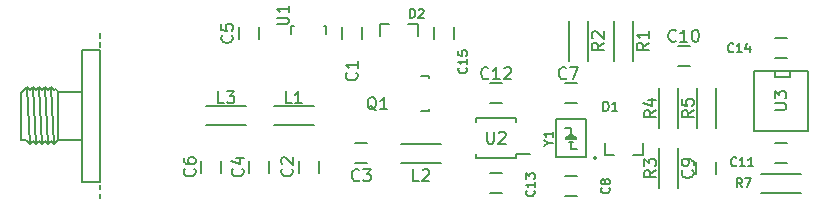
<source format=gbr>
G04 #@! TF.FileFunction,Legend,Top*
%FSLAX46Y46*%
G04 Gerber Fmt 4.6, Leading zero omitted, Abs format (unit mm)*
G04 Created by KiCad (PCBNEW 0.201508030901+6040~28~ubuntu14.04.1-product) date Wed 05 Aug 2015 11:40:12 PM CDT*
%MOMM*%
G01*
G04 APERTURE LIST*
%ADD10C,0.100000*%
%ADD11C,0.150000*%
%ADD12C,0.127000*%
G04 APERTURE END LIST*
D10*
D11*
X126023000Y-85860000D02*
X126023000Y-86860000D01*
X127723000Y-86860000D02*
X127723000Y-85860000D01*
X122340000Y-97163000D02*
X122340000Y-98163000D01*
X124040000Y-98163000D02*
X124040000Y-97163000D01*
X127135000Y-97370000D02*
X128135000Y-97370000D01*
X128135000Y-95670000D02*
X127135000Y-95670000D01*
X118149000Y-97163000D02*
X118149000Y-98163000D01*
X119849000Y-98163000D02*
X119849000Y-97163000D01*
X118960000Y-86860000D02*
X118960000Y-85860000D01*
X117260000Y-85860000D02*
X117260000Y-86860000D01*
X114085000Y-97163000D02*
X114085000Y-98163000D01*
X115785000Y-98163000D02*
X115785000Y-97163000D01*
X145915000Y-90590000D02*
X144915000Y-90590000D01*
X144915000Y-92290000D02*
X145915000Y-92290000D01*
X144915000Y-100164000D02*
X145915000Y-100164000D01*
X145915000Y-98464000D02*
X144915000Y-98464000D01*
X155995000Y-97290000D02*
X155995000Y-98290000D01*
X157695000Y-98290000D02*
X157695000Y-97290000D01*
X154440000Y-89115000D02*
X155440000Y-89115000D01*
X155440000Y-87415000D02*
X154440000Y-87415000D01*
X162695000Y-97370000D02*
X163695000Y-97370000D01*
X163695000Y-95670000D02*
X162695000Y-95670000D01*
X138565000Y-92290000D02*
X139565000Y-92290000D01*
X139565000Y-90590000D02*
X138565000Y-90590000D01*
X138565000Y-99910000D02*
X139565000Y-99910000D01*
X139565000Y-98210000D02*
X138565000Y-98210000D01*
X162695000Y-88480000D02*
X163695000Y-88480000D01*
X163695000Y-86780000D02*
X162695000Y-86780000D01*
X123620000Y-92545000D02*
X120220000Y-92545000D01*
X123620000Y-94145000D02*
X120220000Y-94145000D01*
X131015000Y-97320000D02*
X134415000Y-97320000D01*
X131015000Y-95720000D02*
X134415000Y-95720000D01*
X117905000Y-92545000D02*
X114505000Y-92545000D01*
X117905000Y-94145000D02*
X114505000Y-94145000D01*
X132664200Y-89940180D02*
X133365240Y-89940180D01*
X133365240Y-89940180D02*
X133365240Y-90189100D01*
X133365240Y-92739160D02*
X133365240Y-92939820D01*
X133365240Y-92939820D02*
X132664200Y-92939820D01*
X149060000Y-85295000D02*
X149060000Y-88695000D01*
X150660000Y-85295000D02*
X150660000Y-88695000D01*
X145250000Y-85295000D02*
X145250000Y-88695000D01*
X146850000Y-85295000D02*
X146850000Y-88695000D01*
X154470000Y-99490000D02*
X154470000Y-96090000D01*
X152870000Y-99490000D02*
X152870000Y-96090000D01*
X154470000Y-94410000D02*
X154470000Y-91010000D01*
X152870000Y-94410000D02*
X152870000Y-91010000D01*
X156045000Y-91010000D02*
X156045000Y-94410000D01*
X157645000Y-91010000D02*
X157645000Y-94410000D01*
X164895000Y-98260000D02*
X161495000Y-98260000D01*
X164895000Y-99860000D02*
X161495000Y-99860000D01*
X121690180Y-86410800D02*
X121690180Y-85709760D01*
X121690180Y-85709760D02*
X121939100Y-85709760D01*
X124489160Y-85709760D02*
X124689820Y-85709760D01*
X124689820Y-85709760D02*
X124689820Y-86410800D01*
X140740000Y-96925000D02*
X140740000Y-96625000D01*
X137390000Y-96925000D02*
X137390000Y-96625000D01*
X137390000Y-93575000D02*
X137390000Y-93875000D01*
X140740000Y-93575000D02*
X140740000Y-93875000D01*
X140740000Y-96925000D02*
X137390000Y-96925000D01*
X140740000Y-93575000D02*
X137390000Y-93575000D01*
X140740000Y-96625000D02*
X141965000Y-96625000D01*
X165481000Y-89535000D02*
X165481000Y-94615000D01*
X165481000Y-94615000D02*
X160909000Y-94615000D01*
X160909000Y-94615000D02*
X160909000Y-89535000D01*
X160909000Y-89535000D02*
X165481000Y-89535000D01*
X163957000Y-89535000D02*
X163957000Y-90043000D01*
X163957000Y-90043000D02*
X162687000Y-90043000D01*
X162687000Y-90043000D02*
X162687000Y-89535000D01*
X105537000Y-86741000D02*
X105537000Y-86360000D01*
X105537000Y-87503000D02*
X105537000Y-87122000D01*
X105537000Y-99949000D02*
X105537000Y-100330000D01*
X105537000Y-99187000D02*
X105537000Y-99568000D01*
X99568000Y-95758000D02*
X99314000Y-90932000D01*
X100076000Y-95758000D02*
X99822000Y-90932000D01*
X100584000Y-95758000D02*
X100330000Y-90932000D01*
X101092000Y-95758000D02*
X100838000Y-90932000D01*
X101600000Y-95758000D02*
X101346000Y-90932000D01*
X98933000Y-91313000D02*
X98806000Y-91313000D01*
X101981000Y-91313000D02*
X101854000Y-91186000D01*
X101854000Y-91186000D02*
X101727000Y-91059000D01*
X101727000Y-91059000D02*
X101600000Y-91186000D01*
X101600000Y-91186000D02*
X101346000Y-90932000D01*
X101346000Y-90932000D02*
X101092000Y-91186000D01*
X101092000Y-91186000D02*
X100838000Y-90932000D01*
X100838000Y-90932000D02*
X100584000Y-91186000D01*
X100584000Y-91186000D02*
X100330000Y-90932000D01*
X100330000Y-90932000D02*
X100076000Y-91186000D01*
X100076000Y-91186000D02*
X99822000Y-90932000D01*
X99822000Y-90932000D02*
X99568000Y-91186000D01*
X99568000Y-91186000D02*
X99314000Y-90932000D01*
X99314000Y-90932000D02*
X98933000Y-91313000D01*
X99314000Y-95504000D02*
X99187000Y-95377000D01*
X99187000Y-95377000D02*
X98806000Y-95377000D01*
X98806000Y-95377000D02*
X98806000Y-91313000D01*
X101981000Y-95377000D02*
X101600000Y-95758000D01*
X101600000Y-95758000D02*
X101346000Y-95504000D01*
X101346000Y-95504000D02*
X101092000Y-95758000D01*
X101092000Y-95758000D02*
X100838000Y-95504000D01*
X100838000Y-95504000D02*
X100584000Y-95758000D01*
X100584000Y-95758000D02*
X100330000Y-95504000D01*
X100330000Y-95504000D02*
X100076000Y-95758000D01*
X100076000Y-95758000D02*
X99822000Y-95504000D01*
X99822000Y-95504000D02*
X99568000Y-95758000D01*
X99568000Y-95758000D02*
X99314000Y-95504000D01*
X104013000Y-95377000D02*
X101981000Y-95377000D01*
X101981000Y-95377000D02*
X101981000Y-91313000D01*
X101981000Y-91313000D02*
X104013000Y-91313000D01*
X105537000Y-98933000D02*
X104013000Y-98933000D01*
X104013000Y-98933000D02*
X104013000Y-87757000D01*
X104013000Y-87757000D02*
X105537000Y-87757000D01*
X105537000Y-87757000D02*
X105537000Y-98933000D01*
D12*
X129210000Y-85560000D02*
X129210000Y-86560000D01*
X132410000Y-85560000D02*
X132410000Y-86560000D01*
X131610000Y-85560000D02*
X132410000Y-85560000D01*
X130010000Y-85560000D02*
X129210000Y-85560000D01*
X151460000Y-96685000D02*
X151460000Y-95685000D01*
X148260000Y-96685000D02*
X148260000Y-95685000D01*
X149060000Y-96685000D02*
X148260000Y-96685000D01*
X150660000Y-96685000D02*
X151460000Y-96685000D01*
D11*
X147572421Y-96940400D02*
G75*
G03X147572421Y-96940400I-141421J0D01*
G01*
X145015000Y-95350000D02*
X145015000Y-95150000D01*
X145015000Y-95150000D02*
X145815000Y-95150000D01*
X145815000Y-95150000D02*
X145815000Y-95350000D01*
X145815000Y-95350000D02*
X145015000Y-95350000D01*
X145215000Y-94950000D02*
X145615000Y-94950000D01*
X145215000Y-95550000D02*
X145615000Y-95550000D01*
X144915000Y-94350000D02*
X145415000Y-94350000D01*
X145415000Y-94350000D02*
X145415000Y-94950000D01*
X145915000Y-96150000D02*
X145415000Y-96150000D01*
X145415000Y-96150000D02*
X145415000Y-95550000D01*
X144165000Y-96850000D02*
X144165000Y-93650000D01*
X144165000Y-93650000D02*
X146665000Y-93650000D01*
X146665000Y-93650000D02*
X146665000Y-96850000D01*
X146665000Y-96850000D02*
X144165000Y-96850000D01*
X135470000Y-86860000D02*
X135470000Y-85860000D01*
X133770000Y-85860000D02*
X133770000Y-86860000D01*
D12*
X127235857Y-89704333D02*
X127284238Y-89752714D01*
X127332619Y-89897857D01*
X127332619Y-89994619D01*
X127284238Y-90139761D01*
X127187476Y-90236523D01*
X127090714Y-90284904D01*
X126897190Y-90333285D01*
X126752048Y-90333285D01*
X126558524Y-90284904D01*
X126461762Y-90236523D01*
X126365000Y-90139761D01*
X126316619Y-89994619D01*
X126316619Y-89897857D01*
X126365000Y-89752714D01*
X126413381Y-89704333D01*
X127332619Y-88736714D02*
X127332619Y-89317285D01*
X127332619Y-89026999D02*
X126316619Y-89026999D01*
X126461762Y-89123761D01*
X126558524Y-89220523D01*
X126606905Y-89317285D01*
X121774857Y-97832333D02*
X121823238Y-97880714D01*
X121871619Y-98025857D01*
X121871619Y-98122619D01*
X121823238Y-98267761D01*
X121726476Y-98364523D01*
X121629714Y-98412904D01*
X121436190Y-98461285D01*
X121291048Y-98461285D01*
X121097524Y-98412904D01*
X121000762Y-98364523D01*
X120904000Y-98267761D01*
X120855619Y-98122619D01*
X120855619Y-98025857D01*
X120904000Y-97880714D01*
X120952381Y-97832333D01*
X120952381Y-97445285D02*
X120904000Y-97396904D01*
X120855619Y-97300142D01*
X120855619Y-97058238D01*
X120904000Y-96961476D01*
X120952381Y-96913095D01*
X121049143Y-96864714D01*
X121145905Y-96864714D01*
X121291048Y-96913095D01*
X121871619Y-97493666D01*
X121871619Y-96864714D01*
X127465667Y-98787857D02*
X127417286Y-98836238D01*
X127272143Y-98884619D01*
X127175381Y-98884619D01*
X127030239Y-98836238D01*
X126933477Y-98739476D01*
X126885096Y-98642714D01*
X126836715Y-98449190D01*
X126836715Y-98304048D01*
X126885096Y-98110524D01*
X126933477Y-98013762D01*
X127030239Y-97917000D01*
X127175381Y-97868619D01*
X127272143Y-97868619D01*
X127417286Y-97917000D01*
X127465667Y-97965381D01*
X127804334Y-97868619D02*
X128433286Y-97868619D01*
X128094620Y-98255667D01*
X128239762Y-98255667D01*
X128336524Y-98304048D01*
X128384905Y-98352429D01*
X128433286Y-98449190D01*
X128433286Y-98691095D01*
X128384905Y-98787857D01*
X128336524Y-98836238D01*
X128239762Y-98884619D01*
X127949477Y-98884619D01*
X127852715Y-98836238D01*
X127804334Y-98787857D01*
X117583857Y-97832333D02*
X117632238Y-97880714D01*
X117680619Y-98025857D01*
X117680619Y-98122619D01*
X117632238Y-98267761D01*
X117535476Y-98364523D01*
X117438714Y-98412904D01*
X117245190Y-98461285D01*
X117100048Y-98461285D01*
X116906524Y-98412904D01*
X116809762Y-98364523D01*
X116713000Y-98267761D01*
X116664619Y-98122619D01*
X116664619Y-98025857D01*
X116713000Y-97880714D01*
X116761381Y-97832333D01*
X117003286Y-96961476D02*
X117680619Y-96961476D01*
X116616238Y-97203380D02*
X117341952Y-97445285D01*
X117341952Y-96816333D01*
X116694857Y-86529333D02*
X116743238Y-86577714D01*
X116791619Y-86722857D01*
X116791619Y-86819619D01*
X116743238Y-86964761D01*
X116646476Y-87061523D01*
X116549714Y-87109904D01*
X116356190Y-87158285D01*
X116211048Y-87158285D01*
X116017524Y-87109904D01*
X115920762Y-87061523D01*
X115824000Y-86964761D01*
X115775619Y-86819619D01*
X115775619Y-86722857D01*
X115824000Y-86577714D01*
X115872381Y-86529333D01*
X115775619Y-85610095D02*
X115775619Y-86093904D01*
X116259429Y-86142285D01*
X116211048Y-86093904D01*
X116162667Y-85997142D01*
X116162667Y-85755238D01*
X116211048Y-85658476D01*
X116259429Y-85610095D01*
X116356190Y-85561714D01*
X116598095Y-85561714D01*
X116694857Y-85610095D01*
X116743238Y-85658476D01*
X116791619Y-85755238D01*
X116791619Y-85997142D01*
X116743238Y-86093904D01*
X116694857Y-86142285D01*
X113519857Y-97832333D02*
X113568238Y-97880714D01*
X113616619Y-98025857D01*
X113616619Y-98122619D01*
X113568238Y-98267761D01*
X113471476Y-98364523D01*
X113374714Y-98412904D01*
X113181190Y-98461285D01*
X113036048Y-98461285D01*
X112842524Y-98412904D01*
X112745762Y-98364523D01*
X112649000Y-98267761D01*
X112600619Y-98122619D01*
X112600619Y-98025857D01*
X112649000Y-97880714D01*
X112697381Y-97832333D01*
X112600619Y-96961476D02*
X112600619Y-97154999D01*
X112649000Y-97251761D01*
X112697381Y-97300142D01*
X112842524Y-97396904D01*
X113036048Y-97445285D01*
X113423095Y-97445285D01*
X113519857Y-97396904D01*
X113568238Y-97348523D01*
X113616619Y-97251761D01*
X113616619Y-97058238D01*
X113568238Y-96961476D01*
X113519857Y-96913095D01*
X113423095Y-96864714D01*
X113181190Y-96864714D01*
X113084429Y-96913095D01*
X113036048Y-96961476D01*
X112987667Y-97058238D01*
X112987667Y-97251761D01*
X113036048Y-97348523D01*
X113084429Y-97396904D01*
X113181190Y-97445285D01*
X144991667Y-90151857D02*
X144943286Y-90200238D01*
X144798143Y-90248619D01*
X144701381Y-90248619D01*
X144556239Y-90200238D01*
X144459477Y-90103476D01*
X144411096Y-90006714D01*
X144362715Y-89813190D01*
X144362715Y-89668048D01*
X144411096Y-89474524D01*
X144459477Y-89377762D01*
X144556239Y-89281000D01*
X144701381Y-89232619D01*
X144798143Y-89232619D01*
X144943286Y-89281000D01*
X144991667Y-89329381D01*
X145330334Y-89232619D02*
X146007667Y-89232619D01*
X145572239Y-90248619D01*
X148608143Y-99441000D02*
X148644429Y-99477286D01*
X148680714Y-99586143D01*
X148680714Y-99658714D01*
X148644429Y-99767571D01*
X148571857Y-99840143D01*
X148499286Y-99876428D01*
X148354143Y-99912714D01*
X148245286Y-99912714D01*
X148100143Y-99876428D01*
X148027571Y-99840143D01*
X147955000Y-99767571D01*
X147918714Y-99658714D01*
X147918714Y-99586143D01*
X147955000Y-99477286D01*
X147991286Y-99441000D01*
X148245286Y-99005571D02*
X148209000Y-99078143D01*
X148172714Y-99114428D01*
X148100143Y-99150714D01*
X148063857Y-99150714D01*
X147991286Y-99114428D01*
X147955000Y-99078143D01*
X147918714Y-99005571D01*
X147918714Y-98860428D01*
X147955000Y-98787857D01*
X147991286Y-98751571D01*
X148063857Y-98715286D01*
X148100143Y-98715286D01*
X148172714Y-98751571D01*
X148209000Y-98787857D01*
X148245286Y-98860428D01*
X148245286Y-99005571D01*
X148281571Y-99078143D01*
X148317857Y-99114428D01*
X148390429Y-99150714D01*
X148535571Y-99150714D01*
X148608143Y-99114428D01*
X148644429Y-99078143D01*
X148680714Y-99005571D01*
X148680714Y-98860428D01*
X148644429Y-98787857D01*
X148608143Y-98751571D01*
X148535571Y-98715286D01*
X148390429Y-98715286D01*
X148317857Y-98751571D01*
X148281571Y-98787857D01*
X148245286Y-98860428D01*
X155683857Y-97959333D02*
X155732238Y-98007714D01*
X155780619Y-98152857D01*
X155780619Y-98249619D01*
X155732238Y-98394761D01*
X155635476Y-98491523D01*
X155538714Y-98539904D01*
X155345190Y-98588285D01*
X155200048Y-98588285D01*
X155006524Y-98539904D01*
X154909762Y-98491523D01*
X154813000Y-98394761D01*
X154764619Y-98249619D01*
X154764619Y-98152857D01*
X154813000Y-98007714D01*
X154861381Y-97959333D01*
X155780619Y-97475523D02*
X155780619Y-97281999D01*
X155732238Y-97185238D01*
X155683857Y-97136857D01*
X155538714Y-97040095D01*
X155345190Y-96991714D01*
X154958143Y-96991714D01*
X154861381Y-97040095D01*
X154813000Y-97088476D01*
X154764619Y-97185238D01*
X154764619Y-97378761D01*
X154813000Y-97475523D01*
X154861381Y-97523904D01*
X154958143Y-97572285D01*
X155200048Y-97572285D01*
X155296810Y-97523904D01*
X155345190Y-97475523D01*
X155393571Y-97378761D01*
X155393571Y-97185238D01*
X155345190Y-97088476D01*
X155296810Y-97040095D01*
X155200048Y-96991714D01*
X154286857Y-86976857D02*
X154238476Y-87025238D01*
X154093333Y-87073619D01*
X153996571Y-87073619D01*
X153851429Y-87025238D01*
X153754667Y-86928476D01*
X153706286Y-86831714D01*
X153657905Y-86638190D01*
X153657905Y-86493048D01*
X153706286Y-86299524D01*
X153754667Y-86202762D01*
X153851429Y-86106000D01*
X153996571Y-86057619D01*
X154093333Y-86057619D01*
X154238476Y-86106000D01*
X154286857Y-86154381D01*
X155254476Y-87073619D02*
X154673905Y-87073619D01*
X154964191Y-87073619D02*
X154964191Y-86057619D01*
X154867429Y-86202762D01*
X154770667Y-86299524D01*
X154673905Y-86347905D01*
X155883429Y-86057619D02*
X155980190Y-86057619D01*
X156076952Y-86106000D01*
X156125333Y-86154381D01*
X156173714Y-86251143D01*
X156222095Y-86444667D01*
X156222095Y-86686571D01*
X156173714Y-86880095D01*
X156125333Y-86976857D01*
X156076952Y-87025238D01*
X155980190Y-87073619D01*
X155883429Y-87073619D01*
X155786667Y-87025238D01*
X155738286Y-86976857D01*
X155689905Y-86880095D01*
X155641524Y-86686571D01*
X155641524Y-86444667D01*
X155689905Y-86251143D01*
X155738286Y-86154381D01*
X155786667Y-86106000D01*
X155883429Y-86057619D01*
X159403143Y-97554143D02*
X159366857Y-97590429D01*
X159258000Y-97626714D01*
X159185429Y-97626714D01*
X159076572Y-97590429D01*
X159004000Y-97517857D01*
X158967715Y-97445286D01*
X158931429Y-97300143D01*
X158931429Y-97191286D01*
X158967715Y-97046143D01*
X159004000Y-96973571D01*
X159076572Y-96901000D01*
X159185429Y-96864714D01*
X159258000Y-96864714D01*
X159366857Y-96901000D01*
X159403143Y-96937286D01*
X160128857Y-97626714D02*
X159693429Y-97626714D01*
X159911143Y-97626714D02*
X159911143Y-96864714D01*
X159838572Y-96973571D01*
X159766000Y-97046143D01*
X159693429Y-97082429D01*
X160854571Y-97626714D02*
X160419143Y-97626714D01*
X160636857Y-97626714D02*
X160636857Y-96864714D01*
X160564286Y-96973571D01*
X160491714Y-97046143D01*
X160419143Y-97082429D01*
X138411857Y-90151857D02*
X138363476Y-90200238D01*
X138218333Y-90248619D01*
X138121571Y-90248619D01*
X137976429Y-90200238D01*
X137879667Y-90103476D01*
X137831286Y-90006714D01*
X137782905Y-89813190D01*
X137782905Y-89668048D01*
X137831286Y-89474524D01*
X137879667Y-89377762D01*
X137976429Y-89281000D01*
X138121571Y-89232619D01*
X138218333Y-89232619D01*
X138363476Y-89281000D01*
X138411857Y-89329381D01*
X139379476Y-90248619D02*
X138798905Y-90248619D01*
X139089191Y-90248619D02*
X139089191Y-89232619D01*
X138992429Y-89377762D01*
X138895667Y-89474524D01*
X138798905Y-89522905D01*
X139766524Y-89329381D02*
X139814905Y-89281000D01*
X139911667Y-89232619D01*
X140153571Y-89232619D01*
X140250333Y-89281000D01*
X140298714Y-89329381D01*
X140347095Y-89426143D01*
X140347095Y-89522905D01*
X140298714Y-89668048D01*
X139718143Y-90248619D01*
X140347095Y-90248619D01*
X142258143Y-99676857D02*
X142294429Y-99713143D01*
X142330714Y-99822000D01*
X142330714Y-99894571D01*
X142294429Y-100003428D01*
X142221857Y-100076000D01*
X142149286Y-100112285D01*
X142004143Y-100148571D01*
X141895286Y-100148571D01*
X141750143Y-100112285D01*
X141677571Y-100076000D01*
X141605000Y-100003428D01*
X141568714Y-99894571D01*
X141568714Y-99822000D01*
X141605000Y-99713143D01*
X141641286Y-99676857D01*
X142330714Y-98951143D02*
X142330714Y-99386571D01*
X142330714Y-99168857D02*
X141568714Y-99168857D01*
X141677571Y-99241428D01*
X141750143Y-99314000D01*
X141786429Y-99386571D01*
X141568714Y-98697143D02*
X141568714Y-98225429D01*
X141859000Y-98479429D01*
X141859000Y-98370571D01*
X141895286Y-98298000D01*
X141931571Y-98261714D01*
X142004143Y-98225429D01*
X142185571Y-98225429D01*
X142258143Y-98261714D01*
X142294429Y-98298000D01*
X142330714Y-98370571D01*
X142330714Y-98588286D01*
X142294429Y-98660857D01*
X142258143Y-98697143D01*
X159149143Y-87902143D02*
X159112857Y-87938429D01*
X159004000Y-87974714D01*
X158931429Y-87974714D01*
X158822572Y-87938429D01*
X158750000Y-87865857D01*
X158713715Y-87793286D01*
X158677429Y-87648143D01*
X158677429Y-87539286D01*
X158713715Y-87394143D01*
X158750000Y-87321571D01*
X158822572Y-87249000D01*
X158931429Y-87212714D01*
X159004000Y-87212714D01*
X159112857Y-87249000D01*
X159149143Y-87285286D01*
X159874857Y-87974714D02*
X159439429Y-87974714D01*
X159657143Y-87974714D02*
X159657143Y-87212714D01*
X159584572Y-87321571D01*
X159512000Y-87394143D01*
X159439429Y-87430429D01*
X160528000Y-87466714D02*
X160528000Y-87974714D01*
X160346571Y-87176429D02*
X160165143Y-87720714D01*
X160636857Y-87720714D01*
X121750667Y-92280619D02*
X121266858Y-92280619D01*
X121266858Y-91264619D01*
X122621524Y-92280619D02*
X122040953Y-92280619D01*
X122331239Y-92280619D02*
X122331239Y-91264619D01*
X122234477Y-91409762D01*
X122137715Y-91506524D01*
X122040953Y-91554905D01*
X132545667Y-98884619D02*
X132061858Y-98884619D01*
X132061858Y-97868619D01*
X132835953Y-97965381D02*
X132884334Y-97917000D01*
X132981096Y-97868619D01*
X133223000Y-97868619D01*
X133319762Y-97917000D01*
X133368143Y-97965381D01*
X133416524Y-98062143D01*
X133416524Y-98158905D01*
X133368143Y-98304048D01*
X132787572Y-98884619D01*
X133416524Y-98884619D01*
X116035667Y-92280619D02*
X115551858Y-92280619D01*
X115551858Y-91264619D01*
X116277572Y-91264619D02*
X116906524Y-91264619D01*
X116567858Y-91651667D01*
X116713000Y-91651667D01*
X116809762Y-91700048D01*
X116858143Y-91748429D01*
X116906524Y-91845190D01*
X116906524Y-92087095D01*
X116858143Y-92183857D01*
X116809762Y-92232238D01*
X116713000Y-92280619D01*
X116422715Y-92280619D01*
X116325953Y-92232238D01*
X116277572Y-92183857D01*
X128935238Y-92885381D02*
X128838476Y-92837000D01*
X128741714Y-92740238D01*
X128596571Y-92595095D01*
X128499810Y-92546714D01*
X128403048Y-92546714D01*
X128451429Y-92788619D02*
X128354667Y-92740238D01*
X128257905Y-92643476D01*
X128209524Y-92449952D01*
X128209524Y-92111286D01*
X128257905Y-91917762D01*
X128354667Y-91821000D01*
X128451429Y-91772619D01*
X128644952Y-91772619D01*
X128741714Y-91821000D01*
X128838476Y-91917762D01*
X128886857Y-92111286D01*
X128886857Y-92449952D01*
X128838476Y-92643476D01*
X128741714Y-92740238D01*
X128644952Y-92788619D01*
X128451429Y-92788619D01*
X129854476Y-92788619D02*
X129273905Y-92788619D01*
X129564191Y-92788619D02*
X129564191Y-91772619D01*
X129467429Y-91917762D01*
X129370667Y-92014524D01*
X129273905Y-92062905D01*
X151970619Y-87164333D02*
X151486810Y-87502999D01*
X151970619Y-87744904D02*
X150954619Y-87744904D01*
X150954619Y-87357857D01*
X151003000Y-87261095D01*
X151051381Y-87212714D01*
X151148143Y-87164333D01*
X151293286Y-87164333D01*
X151390048Y-87212714D01*
X151438429Y-87261095D01*
X151486810Y-87357857D01*
X151486810Y-87744904D01*
X151970619Y-86196714D02*
X151970619Y-86777285D01*
X151970619Y-86486999D02*
X150954619Y-86486999D01*
X151099762Y-86583761D01*
X151196524Y-86680523D01*
X151244905Y-86777285D01*
X148160619Y-87164333D02*
X147676810Y-87502999D01*
X148160619Y-87744904D02*
X147144619Y-87744904D01*
X147144619Y-87357857D01*
X147193000Y-87261095D01*
X147241381Y-87212714D01*
X147338143Y-87164333D01*
X147483286Y-87164333D01*
X147580048Y-87212714D01*
X147628429Y-87261095D01*
X147676810Y-87357857D01*
X147676810Y-87744904D01*
X147241381Y-86777285D02*
X147193000Y-86728904D01*
X147144619Y-86632142D01*
X147144619Y-86390238D01*
X147193000Y-86293476D01*
X147241381Y-86245095D01*
X147338143Y-86196714D01*
X147434905Y-86196714D01*
X147580048Y-86245095D01*
X148160619Y-86825666D01*
X148160619Y-86196714D01*
X152605619Y-97959333D02*
X152121810Y-98297999D01*
X152605619Y-98539904D02*
X151589619Y-98539904D01*
X151589619Y-98152857D01*
X151638000Y-98056095D01*
X151686381Y-98007714D01*
X151783143Y-97959333D01*
X151928286Y-97959333D01*
X152025048Y-98007714D01*
X152073429Y-98056095D01*
X152121810Y-98152857D01*
X152121810Y-98539904D01*
X151589619Y-97620666D02*
X151589619Y-96991714D01*
X151976667Y-97330380D01*
X151976667Y-97185238D01*
X152025048Y-97088476D01*
X152073429Y-97040095D01*
X152170190Y-96991714D01*
X152412095Y-96991714D01*
X152508857Y-97040095D01*
X152557238Y-97088476D01*
X152605619Y-97185238D01*
X152605619Y-97475523D01*
X152557238Y-97572285D01*
X152508857Y-97620666D01*
X152605619Y-92879333D02*
X152121810Y-93217999D01*
X152605619Y-93459904D02*
X151589619Y-93459904D01*
X151589619Y-93072857D01*
X151638000Y-92976095D01*
X151686381Y-92927714D01*
X151783143Y-92879333D01*
X151928286Y-92879333D01*
X152025048Y-92927714D01*
X152073429Y-92976095D01*
X152121810Y-93072857D01*
X152121810Y-93459904D01*
X151928286Y-92008476D02*
X152605619Y-92008476D01*
X151541238Y-92250380D02*
X152266952Y-92492285D01*
X152266952Y-91863333D01*
X155780619Y-92879333D02*
X155296810Y-93217999D01*
X155780619Y-93459904D02*
X154764619Y-93459904D01*
X154764619Y-93072857D01*
X154813000Y-92976095D01*
X154861381Y-92927714D01*
X154958143Y-92879333D01*
X155103286Y-92879333D01*
X155200048Y-92927714D01*
X155248429Y-92976095D01*
X155296810Y-93072857D01*
X155296810Y-93459904D01*
X154764619Y-91960095D02*
X154764619Y-92443904D01*
X155248429Y-92492285D01*
X155200048Y-92443904D01*
X155151667Y-92347142D01*
X155151667Y-92105238D01*
X155200048Y-92008476D01*
X155248429Y-91960095D01*
X155345190Y-91911714D01*
X155587095Y-91911714D01*
X155683857Y-91960095D01*
X155732238Y-92008476D01*
X155780619Y-92105238D01*
X155780619Y-92347142D01*
X155732238Y-92443904D01*
X155683857Y-92492285D01*
X159893000Y-99404714D02*
X159639000Y-99041857D01*
X159457572Y-99404714D02*
X159457572Y-98642714D01*
X159747857Y-98642714D01*
X159820429Y-98679000D01*
X159856714Y-98715286D01*
X159893000Y-98787857D01*
X159893000Y-98896714D01*
X159856714Y-98969286D01*
X159820429Y-99005571D01*
X159747857Y-99041857D01*
X159457572Y-99041857D01*
X160147000Y-98642714D02*
X160655000Y-98642714D01*
X160328429Y-99404714D01*
X120474619Y-85610095D02*
X121297095Y-85610095D01*
X121393857Y-85561714D01*
X121442238Y-85513333D01*
X121490619Y-85416571D01*
X121490619Y-85223048D01*
X121442238Y-85126286D01*
X121393857Y-85077905D01*
X121297095Y-85029524D01*
X120474619Y-85029524D01*
X121490619Y-84013524D02*
X121490619Y-84594095D01*
X121490619Y-84303809D02*
X120474619Y-84303809D01*
X120619762Y-84400571D01*
X120716524Y-84497333D01*
X120764905Y-84594095D01*
D11*
X138303095Y-94702381D02*
X138303095Y-95511905D01*
X138350714Y-95607143D01*
X138398333Y-95654762D01*
X138493571Y-95702381D01*
X138684048Y-95702381D01*
X138779286Y-95654762D01*
X138826905Y-95607143D01*
X138874524Y-95511905D01*
X138874524Y-94702381D01*
X139303095Y-94797619D02*
X139350714Y-94750000D01*
X139445952Y-94702381D01*
X139684048Y-94702381D01*
X139779286Y-94750000D01*
X139826905Y-94797619D01*
X139874524Y-94892857D01*
X139874524Y-94988095D01*
X139826905Y-95130952D01*
X139255476Y-95702381D01*
X139874524Y-95702381D01*
X162647381Y-92836905D02*
X163456905Y-92836905D01*
X163552143Y-92789286D01*
X163599762Y-92741667D01*
X163647381Y-92646429D01*
X163647381Y-92455952D01*
X163599762Y-92360714D01*
X163552143Y-92313095D01*
X163456905Y-92265476D01*
X162647381Y-92265476D01*
X162647381Y-91884524D02*
X162647381Y-91265476D01*
X163028333Y-91598810D01*
X163028333Y-91455952D01*
X163075952Y-91360714D01*
X163123571Y-91313095D01*
X163218810Y-91265476D01*
X163456905Y-91265476D01*
X163552143Y-91313095D01*
X163599762Y-91360714D01*
X163647381Y-91455952D01*
X163647381Y-91741667D01*
X163599762Y-91836905D01*
X163552143Y-91884524D01*
D12*
X131771572Y-85053714D02*
X131771572Y-84291714D01*
X131953000Y-84291714D01*
X132061857Y-84328000D01*
X132134429Y-84400571D01*
X132170714Y-84473143D01*
X132207000Y-84618286D01*
X132207000Y-84727143D01*
X132170714Y-84872286D01*
X132134429Y-84944857D01*
X132061857Y-85017429D01*
X131953000Y-85053714D01*
X131771572Y-85053714D01*
X132497286Y-84364286D02*
X132533572Y-84328000D01*
X132606143Y-84291714D01*
X132787572Y-84291714D01*
X132860143Y-84328000D01*
X132896429Y-84364286D01*
X132932714Y-84436857D01*
X132932714Y-84509429D01*
X132896429Y-84618286D01*
X132461000Y-85053714D01*
X132932714Y-85053714D01*
X148154572Y-92927714D02*
X148154572Y-92165714D01*
X148336000Y-92165714D01*
X148444857Y-92202000D01*
X148517429Y-92274571D01*
X148553714Y-92347143D01*
X148590000Y-92492286D01*
X148590000Y-92601143D01*
X148553714Y-92746286D01*
X148517429Y-92818857D01*
X148444857Y-92891429D01*
X148336000Y-92927714D01*
X148154572Y-92927714D01*
X149315714Y-92927714D02*
X148880286Y-92927714D01*
X149098000Y-92927714D02*
X149098000Y-92165714D01*
X149025429Y-92274571D01*
X148952857Y-92347143D01*
X148880286Y-92383429D01*
X143491857Y-95612857D02*
X143854714Y-95612857D01*
X143092714Y-95866857D02*
X143491857Y-95612857D01*
X143092714Y-95358857D01*
X143854714Y-94705714D02*
X143854714Y-95141142D01*
X143854714Y-94923428D02*
X143092714Y-94923428D01*
X143201571Y-94995999D01*
X143274143Y-95068571D01*
X143310429Y-95141142D01*
X136543143Y-89262857D02*
X136579429Y-89299143D01*
X136615714Y-89408000D01*
X136615714Y-89480571D01*
X136579429Y-89589428D01*
X136506857Y-89662000D01*
X136434286Y-89698285D01*
X136289143Y-89734571D01*
X136180286Y-89734571D01*
X136035143Y-89698285D01*
X135962571Y-89662000D01*
X135890000Y-89589428D01*
X135853714Y-89480571D01*
X135853714Y-89408000D01*
X135890000Y-89299143D01*
X135926286Y-89262857D01*
X136615714Y-88537143D02*
X136615714Y-88972571D01*
X136615714Y-88754857D02*
X135853714Y-88754857D01*
X135962571Y-88827428D01*
X136035143Y-88900000D01*
X136071429Y-88972571D01*
X135853714Y-87847714D02*
X135853714Y-88210571D01*
X136216571Y-88246857D01*
X136180286Y-88210571D01*
X136144000Y-88138000D01*
X136144000Y-87956571D01*
X136180286Y-87884000D01*
X136216571Y-87847714D01*
X136289143Y-87811429D01*
X136470571Y-87811429D01*
X136543143Y-87847714D01*
X136579429Y-87884000D01*
X136615714Y-87956571D01*
X136615714Y-88138000D01*
X136579429Y-88210571D01*
X136543143Y-88246857D01*
M02*

</source>
